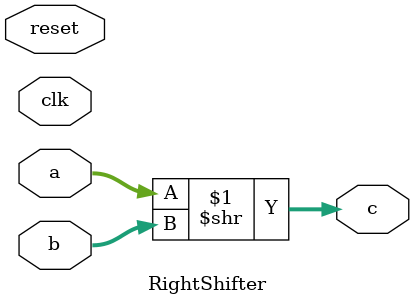
<source format=v>
module RightShifter #(parameter Size = 32)(
  input wire clk,
  input wire reset,
  input wire [Size-1:0] a,
  input wire [Size-1:0] b,
  output wire [Size-1:0] c
);
  assign c = a >> b;
endmodule
</source>
